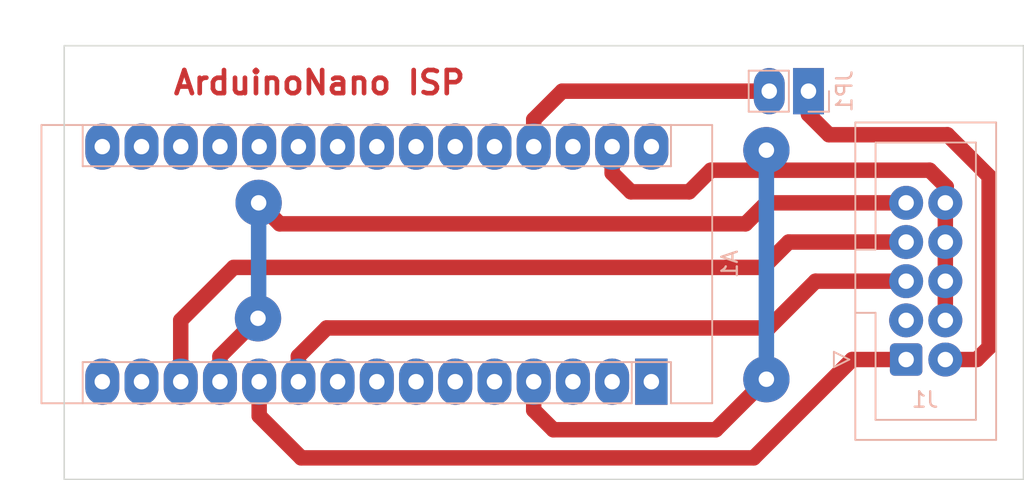
<source format=kicad_pcb>
(kicad_pcb (version 20211014) (generator pcbnew)
  (layers (0 "F.Cu" signal) (31 "B.Cu" signal) (34 "B.Paste" user) (35 "F.Paste" user) (36 "B.SilkS" user "B.Silkscreen") (37 "F.SilkS" user "F.Silkscreen") (38 "B.Mask" user) (39 "F.Mask" user) (44 "Edge.Cuts" user))
  (net 0 "")
  (net 7 "GND")
  (net 19 "/RESET")
  (net 21 "/MOSI")
  (net 22 "+5V")
  (net 23 "/MISO")
  (net 25 "/SCK")
  (net 30 "Net-(J1-Pad2)")
  (footprint "Connector_PinHeader_2.54mm:PinHeader_1x02_P2.54mm_Vertical" (layer "B.Cu") (at 172.51 95.375 90)
    (fp_text reference "JP1" (at 0 2.33 90) (layer "B.SilkS") (effects (justify mirror)))
    (fp_text value "Jumper_2_Open")
    (fp_line (start -1.33 -1.27) (end -1.33 -3.87) (layer "B.SilkS") (width 0.12))
    (fp_line (start -1.33 0) (end -1.33 1.33) (layer "B.SilkS") (width 0.12))
    (fp_line (start -1.33 1.33) (end 0 1.33) (layer "B.SilkS") (width 0.12))
    (fp_line (start 1.33 -1.27) (end 1.33 -3.87) (layer "B.SilkS") (width 0.12))
    (fp_line (start -1.33 -1.27) (end 1.33 -1.27) (layer "B.SilkS") (width 0.12))
    (fp_line (start -1.33 -3.87) (end 1.33 -3.87) (layer "B.SilkS") (width 0.12))
    (pad "1" thru_hole rect locked (at 0 0 90) (size 3 2) (drill 1) (layers *.Cu *.Mask) (net 30 "Net-(J1-Pad2)"))
    (pad "2" thru_hole oval locked (at 0 -2.54 90) (size 3 2) (drill 1) (layers *.Cu *.Mask) (net 22 "+5V"))
  )
  (footprint "Module:Arduino_Nano" (layer "B.Cu") (at 162.335 114.21 90)
    (fp_text reference "A1" (at 7.62 5.08 90) (layer "B.SilkS") (effects (justify mirror)))
    (fp_text value "Arduino_Nano_v3.x")
    (fp_line (start 16.64 -39.5) (end 16.64 3.94) (layer "B.SilkS") (width 0.12))
    (fp_line (start -1.4 3.94) (end -1.4 1.27) (layer "B.SilkS") (width 0.12))
    (fp_line (start 16.64 3.94) (end -1.4 3.94) (layer "B.SilkS") (width 0.12))
    (fp_line (start 1.27 -1.27) (end -1.4 -1.27) (layer "B.SilkS") (width 0.12))
    (fp_line (start 1.27 -1.27) (end 1.27 1.27) (layer "B.SilkS") (width 0.12))
    (fp_line (start -1.4 -1.27) (end -1.4 -39.5) (layer "B.SilkS") (width 0.12))
    (fp_line (start 1.27 -1.27) (end 1.27 -36.83) (layer "B.SilkS") (width 0.12))
    (fp_line (start 13.97 1.27) (end 13.97 -36.83) (layer "B.SilkS") (width 0.12))
    (fp_line (start 1.27 1.27) (end -1.4 1.27) (layer "B.SilkS") (width 0.12))
    (fp_line (start 13.97 -36.83) (end 16.64 -36.83) (layer "B.SilkS") (width 0.12))
    (fp_line (start -1.4 -39.5) (end 16.64 -39.5) (layer "B.SilkS") (width 0.12))
    (fp_line (start 1.27 -36.83) (end -1.4 -36.83) (layer "B.SilkS") (width 0.12))
    (fp_line (start 13.97 1.27) (end 16.64 1.27) (layer "B.SilkS") (width 0.12))
    (pad "1" thru_hole rect locked (at 0 0 90) (size 3 2.1) (drill 1) (layers *.Cu *.Mask))
    (pad "2" thru_hole oval locked (at 0 -2.54 90) (size 3 2.2) (drill 1) (layers *.Cu *.Mask))
    (pad "3" thru_hole oval locked (at 0 -5.08 90) (size 3 2.2) (drill 1) (layers *.Cu *.Mask))
    (pad "4" thru_hole oval locked (at 0 -7.62 90) (size 3 2.2) (drill 1) (layers *.Cu *.Mask) (net 7 "GND"))
    (pad "5" thru_hole oval locked (at 0 -10.16 90) (size 3 2.2) (drill 1) (layers *.Cu *.Mask))
    (pad "6" thru_hole oval locked (at 0 -12.7 90) (size 3 2.2) (drill 1) (layers *.Cu *.Mask))
    (pad "7" thru_hole oval locked (at 0 -15.24 90) (size 3 2.2) (drill 1) (layers *.Cu *.Mask))
    (pad "8" thru_hole oval locked (at 0 -17.78 90) (size 3 2.2) (drill 1) (layers *.Cu *.Mask))
    (pad "9" thru_hole oval locked (at 0 -20.32 90) (size 3 2.2) (drill 1) (layers *.Cu *.Mask))
    (pad "10" thru_hole oval locked (at 0 -22.86 90) (size 3 2.2) (drill 1) (layers *.Cu *.Mask) (net 19 "/RESET"))
    (pad "11" thru_hole oval locked (at 0 -25.4 90) (size 3 2.2) (drill 1) (layers *.Cu *.Mask) (net 21 "/MOSI"))
    (pad "12" thru_hole oval locked (at 0 -27.94 90) (size 3 2.2) (drill 1) (layers *.Cu *.Mask) (net 23 "/MISO"))
    (pad "13" thru_hole oval locked (at 0 -30.48 90) (size 3 2.2) (drill 1) (layers *.Cu *.Mask) (net 25 "/SCK"))
    (pad "14" thru_hole oval locked (at 0 -33.02 90) (size 3 2.2) (drill 1) (layers *.Cu *.Mask))
    (pad "15" thru_hole oval locked (at 0 -35.56 90) (size 3 2.2) (drill 1) (layers *.Cu *.Mask))
    (pad "16" thru_hole oval locked (at 15.24 -35.56 90) (size 3 2.2) (drill 1) (layers *.Cu *.Mask))
    (pad "17" thru_hole oval locked (at 15.24 -33.02 90) (size 3 2.2) (drill 1) (layers *.Cu *.Mask))
    (pad "18" thru_hole oval locked (at 15.24 -30.48 90) (size 3 2.2) (drill 1) (layers *.Cu *.Mask))
    (pad "19" thru_hole oval locked (at 15.24 -27.94 90) (size 3 2.2) (drill 1) (layers *.Cu *.Mask))
    (pad "20" thru_hole oval locked (at 15.24 -25.4 90) (size 3 2.2) (drill 1) (layers *.Cu *.Mask))
    (pad "21" thru_hole oval locked (at 15.24 -22.86 90) (size 3 2.2) (drill 1) (layers *.Cu *.Mask))
    (pad "22" thru_hole oval locked (at 15.24 -20.32 90) (size 3 2.2) (drill 1) (layers *.Cu *.Mask))
    (pad "23" thru_hole oval locked (at 15.24 -17.78 90) (size 3 2.2) (drill 1) (layers *.Cu *.Mask))
    (pad "24" thru_hole oval locked (at 15.24 -15.24 90) (size 3 2.2) (drill 1) (layers *.Cu *.Mask))
    (pad "25" thru_hole oval locked (at 15.24 -12.7 90) (size 3 2.2) (drill 1) (layers *.Cu *.Mask))
    (pad "26" thru_hole oval locked (at 15.24 -10.16 90) (size 3 2.2) (drill 1) (layers *.Cu *.Mask))
    (pad "27" thru_hole oval locked (at 15.24 -7.62 90) (size 3 2.2) (drill 1) (layers *.Cu *.Mask) (net 22 "+5V"))
    (pad "28" thru_hole oval locked (at 15.24 -5.08 90) (size 3 2.2) (drill 1) (layers *.Cu *.Mask))
    (pad "29" thru_hole oval locked (at 15.24 -2.54 90) (size 3 2.2) (drill 1) (layers *.Cu *.Mask) (net 7 "GND"))
    (pad "30" thru_hole oval locked (at 15.24 0 90) (size 3 2.2) (drill 1) (layers *.Cu *.Mask))
  )
  (footprint "Connector_IDC:IDC-Header_2x05_P2.54mm_Vertical" (layer "B.Cu") (at 178.835 112.775)
    (fp_text reference "J1" (at 1.225 2.6) (layer "B.SilkS") (effects (justify mirror)))
    (fp_text value "AVR-ISP-10")
    (fp_line (start -4.68 0.5) (end -4.68 -0.5) (layer "B.SilkS") (width 0.12))
    (fp_line (start -1.98 3.91) (end 4.52 3.91) (layer "B.SilkS") (width 0.12))
    (fp_line (start -1.98 -7.13) (end -1.98 -7.13) (layer "B.SilkS") (width 0.12))
    (fp_line (start -3.68 0) (end -4.68 0.5) (layer "B.SilkS") (width 0.12))
    (fp_line (start -4.68 -0.5) (end -3.68 0) (layer "B.SilkS") (width 0.12))
    (fp_line (start 5.83 -15.37) (end -3.29 -15.37) (layer "B.SilkS") (width 0.12))
    (fp_line (start -1.98 -14.07) (end -1.98 -7.13) (layer "B.SilkS") (width 0.12))
    (fp_line (start -3.29 5.21) (end 5.83 5.21) (layer "B.SilkS") (width 0.12))
    (fp_line (start -1.98 -7.13) (end -3.29 -7.13) (layer "B.SilkS") (width 0.12))
    (fp_line (start 5.83 5.21) (end 5.83 -15.37) (layer "B.SilkS") (width 0.12))
    (fp_line (start 4.52 3.91) (end 4.52 -14.07) (layer "B.SilkS") (width 0.12))
    (fp_line (start -3.29 -15.37) (end -3.29 5.21) (layer "B.SilkS") (width 0.12))
    (fp_line (start -1.98 -3.03) (end -1.98 3.91) (layer "B.SilkS") (width 0.12))
    (fp_line (start 4.52 -14.07) (end -1.98 -14.07) (layer "B.SilkS") (width 0.12))
    (fp_line (start -3.29 -3.03) (end -1.98 -3.03) (layer "B.SilkS") (width 0.12))
    (pad "1" thru_hole roundrect locked (at 0 0) (size 2.1 2.1) (drill 1) (layers *.Cu *.Mask) (roundrect_rratio 0.1470590476) (net 21 "/MOSI"))
    (pad "2" thru_hole circle locked (at 2.54 0) (size 2.2 2.2) (drill 1) (layers *.Cu *.Mask) (net 30 "Net-(J1-Pad2)"))
    (pad "3" thru_hole circle locked (at 0 -2.54) (size 2.2 2.2) (drill 1) (layers *.Cu *.Mask))
    (pad "4" thru_hole circle locked (at 2.54 -2.54) (size 2.2 2.2) (drill 1) (layers *.Cu *.Mask) (net 7 "GND"))
    (pad "5" thru_hole circle locked (at 0 -5.08) (size 2.2 2.2) (drill 1) (layers *.Cu *.Mask) (net 19 "/RESET"))
    (pad "6" thru_hole circle locked (at 2.54 -5.08) (size 2.2 2.2) (drill 1) (layers *.Cu *.Mask) (net 7 "GND"))
    (pad "7" thru_hole circle locked (at 0 -7.62) (size 2.2 2.2) (drill 1) (layers *.Cu *.Mask) (net 25 "/SCK"))
    (pad "8" thru_hole circle locked (at 2.54 -7.62) (size 2.2 2.2) (drill 1) (layers *.Cu *.Mask) (net 7 "GND"))
    (pad "9" thru_hole circle locked (at 0 -10.16) (size 2.2 2.2) (drill 1) (layers *.Cu *.Mask) (net 23 "/MISO"))
    (pad "10" thru_hole circle locked (at 2.54 -10.16) (size 2.2 2.2) (drill 1) (layers *.Cu *.Mask) (net 7 "GND"))
  )
  (gr_rect (start 124.31 120.55) (end 186.435 92.425) (layer "Edge.Cuts") (width 0.1) (fill none))
  (gr_text "ArduinoNano ISP" (at 140.835 94.825) (layer "F.Cu") (effects (font (size 1.5 1.5) (thickness 0.3))))
  (segment (start 181.435 102.903659) (end 181.435 101.575) (width 1) (layer "F.Cu") (net 7))
  (segment (start 169.86 100.5) (end 166.185 100.5) (width 1) (layer "F.Cu") (net 7))
  (segment (start 181.375 110.235) (end 181.375 102.963659) (width 1) (layer "F.Cu") (net 7))
  (segment (start 159.795 100.685) (end 159.795 98.97) (width 1) (layer "F.Cu") (net 7))
  (segment (start 154.715 114.21) (end 154.715 116.055) (width 1) (layer "F.Cu") (net 7))
  (segment (start 181.435 101.575) (end 180.36 100.5) (width 1) (layer "F.Cu") (net 7))
  (segment (start 166.51 117.325) (end 169.785 114.05) (width 1) (layer "F.Cu") (net 7))
  (segment (start 181.375 102.963659) (end 181.435 102.903659) (width 1) (layer "F.Cu") (net 7))
  (segment (start 166.185 100.5) (end 164.785 101.9) (width 1) (layer "F.Cu") (net 7))
  (segment (start 154.715 116.055) (end 155.985 117.325) (width 1) (layer "F.Cu") (net 7))
  (segment (start 155.985 117.325) (end 166.51 117.325) (width 1) (layer "F.Cu") (net 7))
  (segment (start 169.785 100.425) (end 169.86 100.5) (width 1) (layer "F.Cu") (net 7))
  (segment (start 169.785 99.2) (end 169.785 100.425) (width 1) (layer "F.Cu") (net 7))
  (segment (start 164.785 101.9) (end 161.01 101.9) (width 1) (layer "F.Cu") (net 7))
  (segment (start 161.01 101.9) (end 159.795 100.685) (width 1) (layer "F.Cu") (net 7))
  (segment (start 180.36 100.5) (end 169.86 100.5) (width 1) (layer "F.Cu") (net 7))
  (via (at 169.785 99.2) (size 3) (drill 1) (layers "F.Cu" "B.Cu") (net 7))
  (via (at 169.785 114.05) (size 3) (drill 1) (layers "F.Cu" "B.Cu") (net 7))
  (segment (start 169.785 114.05) (end 169.785 99.2) (width 1) (layer "B.Cu") (net 7))
  (segment (start 169.935 110.725) (end 141.31 110.725) (width 1) (layer "F.Cu") (net 19))
  (segment (start 172.965 107.695) (end 169.935 110.725) (width 1) (layer "F.Cu") (net 19))
  (segment (start 141.31 110.725) (end 139.475 112.56) (width 1) (layer "F.Cu") (net 19))
  (segment (start 139.475 112.56) (end 139.475 114.21) (width 1) (layer "F.Cu") (net 19))
  (segment (start 178.835 107.695) (end 172.965 107.695) (width 1) (layer "F.Cu") (net 19))
  (segment (start 178.835 112.775) (end 175.335 112.775) (width 1) (layer "F.Cu") (net 21))
  (segment (start 136.935 116.425) (end 136.935 114.21) (width 1) (layer "F.Cu") (net 21))
  (segment (start 168.96 119.15) (end 139.66 119.15) (width 1) (layer "F.Cu") (net 21))
  (segment (start 139.66 119.15) (end 136.935 116.425) (width 1) (layer "F.Cu") (net 21))
  (segment (start 175.335 112.775) (end 168.96 119.15) (width 1) (layer "F.Cu") (net 21))
  (segment (start 156.56 95.375) (end 154.715 97.22) (width 1) (layer "F.Cu") (net 22))
  (segment (start 169.97 95.375) (end 156.56 95.375) (width 1) (layer "F.Cu") (net 22))
  (segment (start 154.715 97.22) (end 154.715 98.97) (width 1) (layer "F.Cu") (net 22))
  (segment (start 169.795 102.615) (end 168.435 103.975) (width 1) (layer "F.Cu") (net 23))
  (segment (start 168.435 103.975) (end 138.26 103.975) (width 1) (layer "F.Cu") (net 23))
  (segment (start 178.835 102.615) (end 169.795 102.615) (width 1) (layer "F.Cu") (net 23))
  (segment (start 138.26 103.975) (end 136.9 102.615) (width 1) (layer "F.Cu") (net 23))
  (segment (start 134.395 112.565) (end 136.86 110.1) (width 1) (layer "F.Cu") (net 23))
  (segment (start 134.395 114.21) (end 134.395 112.565) (width 1) (layer "F.Cu") (net 23))
  (via (at 136.9 102.615) (size 3) (drill 1) (layers "F.Cu" "B.Cu") (net 23))
  (via (at 136.86 110.1) (size 3) (drill 1) (layers "F.Cu" "B.Cu") (net 23))
  (segment (start 136.9 110.06) (end 136.86 110.1) (width 1) (layer "B.Cu") (net 23))
  (segment (start 136.9 102.615) (end 136.9 110.06) (width 1) (layer "B.Cu") (net 23))
  (segment (start 169.585 106.8) (end 135.285 106.8) (width 1) (layer "F.Cu") (net 25))
  (segment (start 178.835 105.155) (end 171.23 105.155) (width 1) (layer "F.Cu") (net 25))
  (segment (start 131.855 110.23) (end 131.855 114.21) (width 1) (layer "F.Cu") (net 25))
  (segment (start 171.23 105.155) (end 169.585 106.8) (width 1) (layer "F.Cu") (net 25))
  (segment (start 135.285 106.8) (end 131.855 110.23) (width 1) (layer "F.Cu") (net 25))
  (segment (start 173.835 98.2) (end 172.51 96.875) (width 1) (layer "F.Cu") (net 30))
  (segment (start 172.51 96.875) (end 172.51 95.375) (width 1) (layer "F.Cu") (net 30))
  (segment (start 183.41 112.775) (end 184.21 111.975) (width 1) (layer "F.Cu") (net 30))
  (segment (start 181.375 112.775) (end 183.41 112.775) (width 1) (layer "F.Cu") (net 30))
  (segment (start 181.51 98.2) (end 173.835 98.2) (width 1) (layer "F.Cu") (net 30))
  (segment (start 184.21 111.975) (end 184.21 100.9) (width 1) (layer "F.Cu") (net 30))
  (segment (start 184.21 100.9) (end 181.51 98.2) (width 1) (layer "F.Cu") (net 30))
)
</source>
